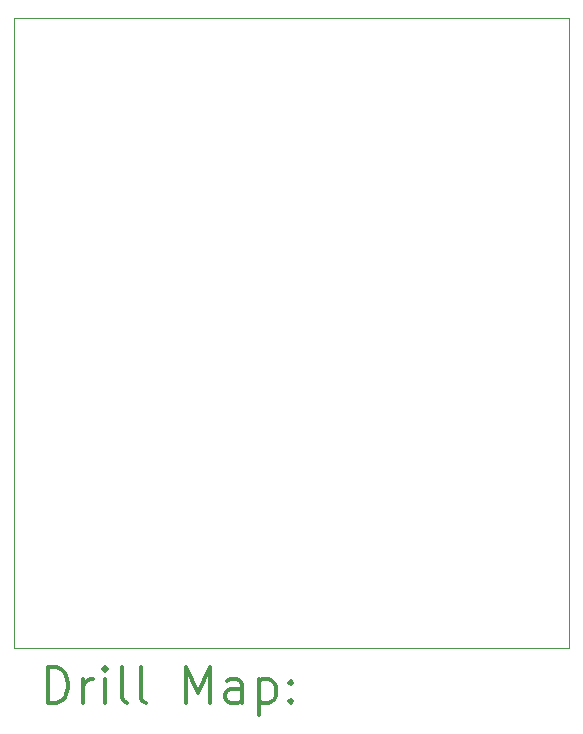
<source format=gbr>
%FSLAX45Y45*%
G04 Gerber Fmt 4.5, Leading zero omitted, Abs format (unit mm)*
G04 Created by KiCad (PCBNEW (5.1.4)-1) date 2020-01-28 22:58:38*
%MOMM*%
%LPD*%
G04 APERTURE LIST*
%ADD10C,0.050000*%
%ADD11C,0.200000*%
%ADD12C,0.300000*%
G04 APERTURE END LIST*
D10*
X3683000Y-7747000D02*
X3683000Y-2413000D01*
X8382000Y-7747000D02*
X3683000Y-7747000D01*
X8382000Y-2413000D02*
X8382000Y-7747000D01*
X3683000Y-2413000D02*
X8382000Y-2413000D01*
D11*
D12*
X3966928Y-8215214D02*
X3966928Y-7915214D01*
X4038357Y-7915214D01*
X4081214Y-7929500D01*
X4109786Y-7958071D01*
X4124071Y-7986643D01*
X4138357Y-8043786D01*
X4138357Y-8086643D01*
X4124071Y-8143786D01*
X4109786Y-8172357D01*
X4081214Y-8200929D01*
X4038357Y-8215214D01*
X3966928Y-8215214D01*
X4266928Y-8215214D02*
X4266928Y-8015214D01*
X4266928Y-8072357D02*
X4281214Y-8043786D01*
X4295500Y-8029500D01*
X4324071Y-8015214D01*
X4352643Y-8015214D01*
X4452643Y-8215214D02*
X4452643Y-8015214D01*
X4452643Y-7915214D02*
X4438357Y-7929500D01*
X4452643Y-7943786D01*
X4466928Y-7929500D01*
X4452643Y-7915214D01*
X4452643Y-7943786D01*
X4638357Y-8215214D02*
X4609786Y-8200929D01*
X4595500Y-8172357D01*
X4595500Y-7915214D01*
X4795500Y-8215214D02*
X4766928Y-8200929D01*
X4752643Y-8172357D01*
X4752643Y-7915214D01*
X5138357Y-8215214D02*
X5138357Y-7915214D01*
X5238357Y-8129500D01*
X5338357Y-7915214D01*
X5338357Y-8215214D01*
X5609786Y-8215214D02*
X5609786Y-8058071D01*
X5595500Y-8029500D01*
X5566928Y-8015214D01*
X5509786Y-8015214D01*
X5481214Y-8029500D01*
X5609786Y-8200929D02*
X5581214Y-8215214D01*
X5509786Y-8215214D01*
X5481214Y-8200929D01*
X5466928Y-8172357D01*
X5466928Y-8143786D01*
X5481214Y-8115214D01*
X5509786Y-8100929D01*
X5581214Y-8100929D01*
X5609786Y-8086643D01*
X5752643Y-8015214D02*
X5752643Y-8315214D01*
X5752643Y-8029500D02*
X5781214Y-8015214D01*
X5838357Y-8015214D01*
X5866928Y-8029500D01*
X5881214Y-8043786D01*
X5895500Y-8072357D01*
X5895500Y-8158071D01*
X5881214Y-8186643D01*
X5866928Y-8200929D01*
X5838357Y-8215214D01*
X5781214Y-8215214D01*
X5752643Y-8200929D01*
X6024071Y-8186643D02*
X6038357Y-8200929D01*
X6024071Y-8215214D01*
X6009786Y-8200929D01*
X6024071Y-8186643D01*
X6024071Y-8215214D01*
X6024071Y-8029500D02*
X6038357Y-8043786D01*
X6024071Y-8058071D01*
X6009786Y-8043786D01*
X6024071Y-8029500D01*
X6024071Y-8058071D01*
M02*

</source>
